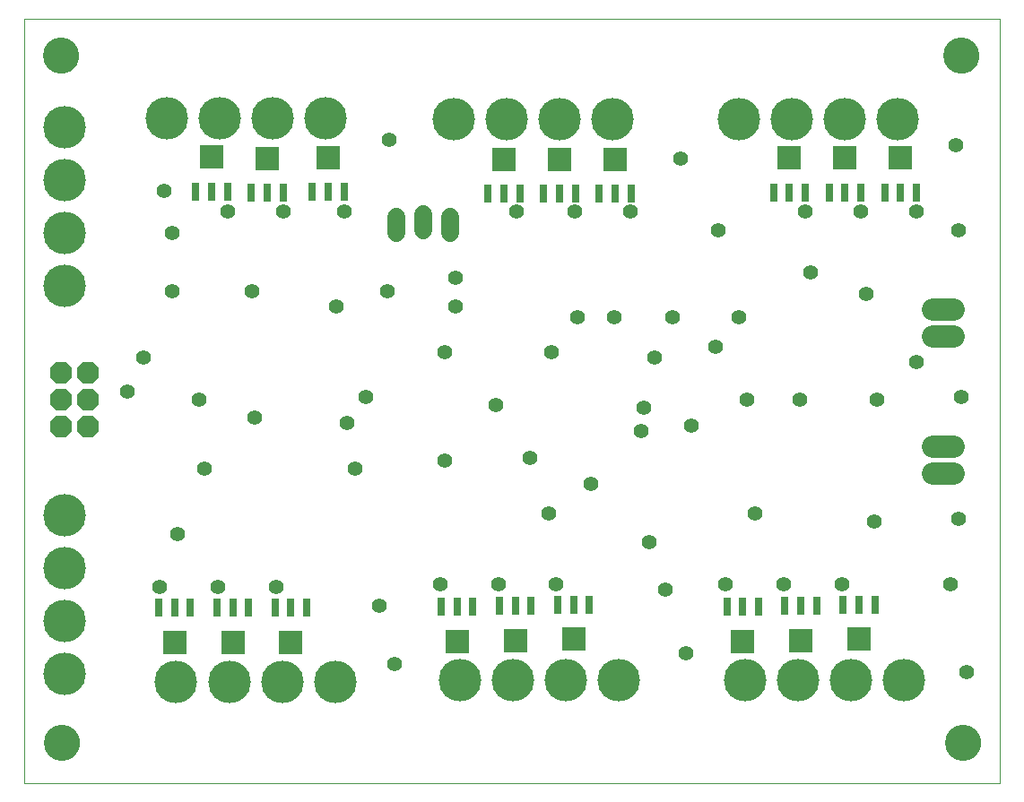
<source format=gbs>
G75*
G70*
%OFA0B0*%
%FSLAX24Y24*%
%IPPOS*%
%LPD*%
%AMOC8*
5,1,8,0,0,1.08239X$1,22.5*
%
%ADD10C,0.0000*%
%ADD11C,0.1340*%
%ADD12R,0.0308X0.0680*%
%ADD13R,0.0867X0.0867*%
%ADD14C,0.1580*%
%ADD15OC8,0.0820*%
%ADD16C,0.0680*%
%ADD17C,0.0820*%
%ADD18C,0.0555*%
D10*
X000326Y000188D02*
X000326Y028617D01*
X036598Y028617D01*
X036598Y000188D01*
X000326Y000188D01*
X001098Y001688D02*
X001100Y001738D01*
X001106Y001788D01*
X001116Y001837D01*
X001130Y001885D01*
X001147Y001932D01*
X001168Y001977D01*
X001193Y002021D01*
X001221Y002062D01*
X001253Y002101D01*
X001287Y002138D01*
X001324Y002172D01*
X001364Y002202D01*
X001406Y002229D01*
X001450Y002253D01*
X001496Y002274D01*
X001543Y002290D01*
X001591Y002303D01*
X001641Y002312D01*
X001690Y002317D01*
X001741Y002318D01*
X001791Y002315D01*
X001840Y002308D01*
X001889Y002297D01*
X001937Y002282D01*
X001983Y002264D01*
X002028Y002242D01*
X002071Y002216D01*
X002112Y002187D01*
X002151Y002155D01*
X002187Y002120D01*
X002219Y002082D01*
X002249Y002042D01*
X002276Y001999D01*
X002299Y001955D01*
X002318Y001909D01*
X002334Y001861D01*
X002346Y001812D01*
X002354Y001763D01*
X002358Y001713D01*
X002358Y001663D01*
X002354Y001613D01*
X002346Y001564D01*
X002334Y001515D01*
X002318Y001467D01*
X002299Y001421D01*
X002276Y001377D01*
X002249Y001334D01*
X002219Y001294D01*
X002187Y001256D01*
X002151Y001221D01*
X002112Y001189D01*
X002071Y001160D01*
X002028Y001134D01*
X001983Y001112D01*
X001937Y001094D01*
X001889Y001079D01*
X001840Y001068D01*
X001791Y001061D01*
X001741Y001058D01*
X001690Y001059D01*
X001641Y001064D01*
X001591Y001073D01*
X001543Y001086D01*
X001496Y001102D01*
X001450Y001123D01*
X001406Y001147D01*
X001364Y001174D01*
X001324Y001204D01*
X001287Y001238D01*
X001253Y001275D01*
X001221Y001314D01*
X001193Y001355D01*
X001168Y001399D01*
X001147Y001444D01*
X001130Y001491D01*
X001116Y001539D01*
X001106Y001588D01*
X001100Y001638D01*
X001098Y001688D01*
X001066Y027247D02*
X001068Y027297D01*
X001074Y027347D01*
X001084Y027396D01*
X001098Y027444D01*
X001115Y027491D01*
X001136Y027536D01*
X001161Y027580D01*
X001189Y027621D01*
X001221Y027660D01*
X001255Y027697D01*
X001292Y027731D01*
X001332Y027761D01*
X001374Y027788D01*
X001418Y027812D01*
X001464Y027833D01*
X001511Y027849D01*
X001559Y027862D01*
X001609Y027871D01*
X001658Y027876D01*
X001709Y027877D01*
X001759Y027874D01*
X001808Y027867D01*
X001857Y027856D01*
X001905Y027841D01*
X001951Y027823D01*
X001996Y027801D01*
X002039Y027775D01*
X002080Y027746D01*
X002119Y027714D01*
X002155Y027679D01*
X002187Y027641D01*
X002217Y027601D01*
X002244Y027558D01*
X002267Y027514D01*
X002286Y027468D01*
X002302Y027420D01*
X002314Y027371D01*
X002322Y027322D01*
X002326Y027272D01*
X002326Y027222D01*
X002322Y027172D01*
X002314Y027123D01*
X002302Y027074D01*
X002286Y027026D01*
X002267Y026980D01*
X002244Y026936D01*
X002217Y026893D01*
X002187Y026853D01*
X002155Y026815D01*
X002119Y026780D01*
X002080Y026748D01*
X002039Y026719D01*
X001996Y026693D01*
X001951Y026671D01*
X001905Y026653D01*
X001857Y026638D01*
X001808Y026627D01*
X001759Y026620D01*
X001709Y026617D01*
X001658Y026618D01*
X001609Y026623D01*
X001559Y026632D01*
X001511Y026645D01*
X001464Y026661D01*
X001418Y026682D01*
X001374Y026706D01*
X001332Y026733D01*
X001292Y026763D01*
X001255Y026797D01*
X001221Y026834D01*
X001189Y026873D01*
X001161Y026914D01*
X001136Y026958D01*
X001115Y027003D01*
X001098Y027050D01*
X001084Y027098D01*
X001074Y027147D01*
X001068Y027197D01*
X001066Y027247D01*
X034531Y027247D02*
X034533Y027297D01*
X034539Y027347D01*
X034549Y027396D01*
X034563Y027444D01*
X034580Y027491D01*
X034601Y027536D01*
X034626Y027580D01*
X034654Y027621D01*
X034686Y027660D01*
X034720Y027697D01*
X034757Y027731D01*
X034797Y027761D01*
X034839Y027788D01*
X034883Y027812D01*
X034929Y027833D01*
X034976Y027849D01*
X035024Y027862D01*
X035074Y027871D01*
X035123Y027876D01*
X035174Y027877D01*
X035224Y027874D01*
X035273Y027867D01*
X035322Y027856D01*
X035370Y027841D01*
X035416Y027823D01*
X035461Y027801D01*
X035504Y027775D01*
X035545Y027746D01*
X035584Y027714D01*
X035620Y027679D01*
X035652Y027641D01*
X035682Y027601D01*
X035709Y027558D01*
X035732Y027514D01*
X035751Y027468D01*
X035767Y027420D01*
X035779Y027371D01*
X035787Y027322D01*
X035791Y027272D01*
X035791Y027222D01*
X035787Y027172D01*
X035779Y027123D01*
X035767Y027074D01*
X035751Y027026D01*
X035732Y026980D01*
X035709Y026936D01*
X035682Y026893D01*
X035652Y026853D01*
X035620Y026815D01*
X035584Y026780D01*
X035545Y026748D01*
X035504Y026719D01*
X035461Y026693D01*
X035416Y026671D01*
X035370Y026653D01*
X035322Y026638D01*
X035273Y026627D01*
X035224Y026620D01*
X035174Y026617D01*
X035123Y026618D01*
X035074Y026623D01*
X035024Y026632D01*
X034976Y026645D01*
X034929Y026661D01*
X034883Y026682D01*
X034839Y026706D01*
X034797Y026733D01*
X034757Y026763D01*
X034720Y026797D01*
X034686Y026834D01*
X034654Y026873D01*
X034626Y026914D01*
X034601Y026958D01*
X034580Y027003D01*
X034563Y027050D01*
X034549Y027098D01*
X034539Y027147D01*
X034533Y027197D01*
X034531Y027247D01*
X034598Y001688D02*
X034600Y001738D01*
X034606Y001788D01*
X034616Y001837D01*
X034630Y001885D01*
X034647Y001932D01*
X034668Y001977D01*
X034693Y002021D01*
X034721Y002062D01*
X034753Y002101D01*
X034787Y002138D01*
X034824Y002172D01*
X034864Y002202D01*
X034906Y002229D01*
X034950Y002253D01*
X034996Y002274D01*
X035043Y002290D01*
X035091Y002303D01*
X035141Y002312D01*
X035190Y002317D01*
X035241Y002318D01*
X035291Y002315D01*
X035340Y002308D01*
X035389Y002297D01*
X035437Y002282D01*
X035483Y002264D01*
X035528Y002242D01*
X035571Y002216D01*
X035612Y002187D01*
X035651Y002155D01*
X035687Y002120D01*
X035719Y002082D01*
X035749Y002042D01*
X035776Y001999D01*
X035799Y001955D01*
X035818Y001909D01*
X035834Y001861D01*
X035846Y001812D01*
X035854Y001763D01*
X035858Y001713D01*
X035858Y001663D01*
X035854Y001613D01*
X035846Y001564D01*
X035834Y001515D01*
X035818Y001467D01*
X035799Y001421D01*
X035776Y001377D01*
X035749Y001334D01*
X035719Y001294D01*
X035687Y001256D01*
X035651Y001221D01*
X035612Y001189D01*
X035571Y001160D01*
X035528Y001134D01*
X035483Y001112D01*
X035437Y001094D01*
X035389Y001079D01*
X035340Y001068D01*
X035291Y001061D01*
X035241Y001058D01*
X035190Y001059D01*
X035141Y001064D01*
X035091Y001073D01*
X035043Y001086D01*
X034996Y001102D01*
X034950Y001123D01*
X034906Y001147D01*
X034864Y001174D01*
X034824Y001204D01*
X034787Y001238D01*
X034753Y001275D01*
X034721Y001314D01*
X034693Y001355D01*
X034668Y001399D01*
X034647Y001444D01*
X034630Y001491D01*
X034616Y001539D01*
X034606Y001588D01*
X034600Y001638D01*
X034598Y001688D01*
D11*
X035228Y001688D03*
X035161Y027247D03*
X001696Y027247D03*
X001728Y001688D03*
D12*
X005314Y006700D03*
X005905Y006700D03*
X006496Y006700D03*
X007479Y006700D03*
X008070Y006700D03*
X008660Y006700D03*
X009645Y006700D03*
X010235Y006700D03*
X010826Y006700D03*
X015818Y006735D03*
X016409Y006735D03*
X017000Y006735D03*
X017984Y006774D03*
X018574Y006774D03*
X019165Y006774D03*
X020149Y006814D03*
X020740Y006814D03*
X021330Y006814D03*
X026437Y006735D03*
X027027Y006735D03*
X027618Y006735D03*
X028602Y006774D03*
X029192Y006774D03*
X029783Y006774D03*
X030767Y006814D03*
X031358Y006814D03*
X031948Y006814D03*
X032307Y022145D03*
X032897Y022145D03*
X033488Y022145D03*
X031421Y022145D03*
X030830Y022145D03*
X030240Y022145D03*
X029354Y022145D03*
X028763Y022145D03*
X028173Y022145D03*
X022882Y022105D03*
X022291Y022105D03*
X021701Y022105D03*
X020814Y022104D03*
X020224Y022104D03*
X019633Y022104D03*
X018748Y022105D03*
X018157Y022105D03*
X017567Y022105D03*
X012204Y022168D03*
X011614Y022168D03*
X011023Y022168D03*
X009940Y022129D03*
X009350Y022129D03*
X008759Y022129D03*
X007874Y022188D03*
X007283Y022188D03*
X006692Y022188D03*
D13*
X007283Y023471D03*
X009350Y023412D03*
X011614Y023452D03*
X018157Y023389D03*
X020224Y023388D03*
X022291Y023389D03*
X028763Y023428D03*
X030830Y023428D03*
X032897Y023428D03*
X031358Y005530D03*
X029192Y005491D03*
X027027Y005452D03*
X020740Y005530D03*
X018574Y005491D03*
X016409Y005452D03*
X010235Y005417D03*
X008070Y005417D03*
X005905Y005416D03*
D14*
X005968Y003940D03*
X007937Y003940D03*
X009905Y003940D03*
X011874Y003940D03*
X016507Y003999D03*
X018476Y003999D03*
X020444Y003999D03*
X022413Y003999D03*
X027126Y003999D03*
X029094Y003999D03*
X031063Y003999D03*
X033031Y003999D03*
X032799Y024885D03*
X030830Y024885D03*
X028862Y024885D03*
X026893Y024885D03*
X022181Y024865D03*
X020212Y024865D03*
X018244Y024865D03*
X016275Y024865D03*
X011515Y024904D03*
X009547Y024904D03*
X007578Y024904D03*
X005610Y024904D03*
X001834Y024570D03*
X001834Y022601D03*
X001834Y020633D03*
X001834Y018664D03*
X001834Y010141D03*
X001834Y008172D03*
X001834Y006204D03*
X001834Y004235D03*
D15*
X001689Y013452D03*
X002689Y013452D03*
X002689Y014452D03*
X002689Y015452D03*
X001689Y015452D03*
X001689Y014452D03*
D16*
X014165Y020648D02*
X014165Y021248D01*
X015165Y021348D02*
X015165Y020748D01*
X016165Y020648D02*
X016165Y021248D01*
D17*
X034102Y017798D02*
X034842Y017798D01*
X034842Y016798D02*
X034102Y016798D01*
X034102Y012696D02*
X034842Y012696D01*
X034842Y011696D02*
X034102Y011696D01*
D18*
X035063Y010023D03*
X034767Y007562D03*
X031913Y009924D03*
X030732Y007562D03*
X028566Y007562D03*
X026401Y007562D03*
X024137Y007365D03*
X023547Y009137D03*
X021381Y011302D03*
X019807Y010219D03*
X019118Y012286D03*
X017838Y014255D03*
X015968Y016223D03*
X016362Y017897D03*
X016362Y018979D03*
X013803Y018487D03*
X011933Y017897D03*
X008783Y018487D03*
X005830Y018487D03*
X005830Y020652D03*
X005535Y022227D03*
X007897Y021440D03*
X009964Y021440D03*
X012228Y021440D03*
X013901Y024097D03*
X018626Y021440D03*
X020791Y021440D03*
X022858Y021440D03*
X024728Y023408D03*
X026106Y020751D03*
X029354Y021440D03*
X031421Y021440D03*
X033488Y021440D03*
X035063Y020751D03*
X031618Y018389D03*
X029551Y019176D03*
X026893Y017503D03*
X026007Y016420D03*
X024433Y017503D03*
X023744Y016026D03*
X022267Y017503D03*
X020889Y017503D03*
X019905Y016223D03*
X023350Y014156D03*
X023251Y013271D03*
X025122Y013467D03*
X027189Y014452D03*
X029157Y014452D03*
X032011Y014452D03*
X033488Y015830D03*
X035161Y014550D03*
X027484Y010219D03*
X024925Y005003D03*
X020102Y007562D03*
X017937Y007562D03*
X015771Y007562D03*
X013507Y006774D03*
X014098Y004609D03*
X009669Y007463D03*
X007503Y007463D03*
X005338Y007463D03*
X006027Y009432D03*
X007011Y011893D03*
X008881Y013763D03*
X006814Y014452D03*
X004748Y016026D03*
X004157Y014747D03*
X012326Y013566D03*
X013015Y014550D03*
X015968Y012188D03*
X012622Y011893D03*
X034964Y023900D03*
X035358Y004314D03*
M02*

</source>
